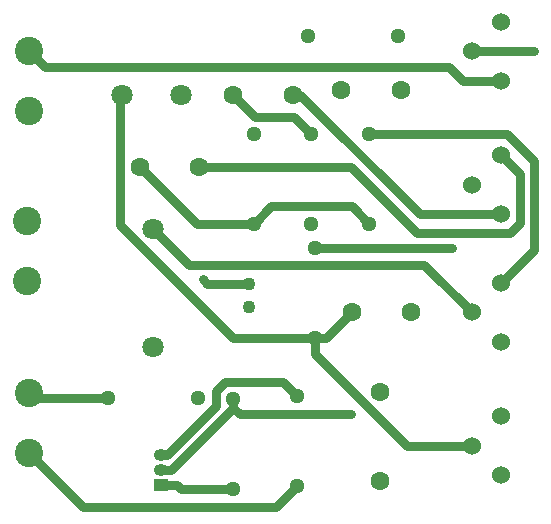
<source format=gtl>
G04 Layer: TopLayer*
G04 EasyEDA v6.5.22, 2022-11-10 10:58:02*
G04 b15eef10417c41dab364ff867fe718c8,4d8ab2db40884aeb91e54047068f32cb,10*
G04 Gerber Generator version 0.2*
G04 Scale: 100 percent, Rotated: No, Reflected: No *
G04 Dimensions in inches *
G04 leading zeros omitted , absolute positions ,3 integer and 6 decimal *
%FSLAX36Y36*%
%MOIN*%

%ADD10C,0.0300*%
%ADD11C,0.0945*%
%ADD12C,0.0709*%
%ADD13C,0.0630*%
%ADD14C,0.0433*%
%ADD15R,0.0472X0.0394*%
%ADD16O,0.047244X0.039369999999999995*%
%ADD17C,0.0512*%
%ADD18C,0.0600*%
%ADD19C,0.0240*%

%LPD*%
D10*
X1260001Y356970D02*
G01*
X1053031Y150000D01*
X1020000Y150000D01*
X1475001Y395000D02*
G01*
X1427650Y442350D01*
X1234050Y442350D01*
X1202501Y410799D01*
X1202501Y363220D01*
X1039281Y200000D01*
X1020001Y200000D01*
X2154210Y1446579D02*
G01*
X2025711Y1446579D01*
X1980221Y1492069D01*
X632930Y1492069D01*
X580001Y1545000D01*
X845001Y390000D02*
G01*
X595001Y390000D01*
X580001Y405000D01*
X2055790Y230010D02*
G01*
X1839620Y230010D01*
X1535001Y534630D01*
X1535001Y590000D01*
X1656601Y675000D02*
G01*
X1571601Y590000D01*
X1535001Y590000D01*
X1535001Y590000D02*
G01*
X1261531Y590000D01*
X885131Y966399D01*
X885131Y1393530D01*
X891601Y1400000D01*
X2055790Y675010D02*
G01*
X1897880Y832919D01*
X1113931Y832919D01*
X995001Y951849D01*
X2154210Y1001579D02*
G01*
X1882511Y1001579D01*
X1484090Y1400000D01*
X1460001Y1400000D01*
X2055790Y1545010D02*
G01*
X2262710Y1545010D01*
X1260001Y356970D02*
G01*
X1283181Y333789D01*
X1654501Y333789D01*
X1260001Y385000D02*
G01*
X1260001Y356970D01*
X2154210Y1198429D02*
G01*
X2217671Y1134969D01*
X2217671Y971860D01*
X2185051Y939239D01*
X1875321Y939239D01*
X1654561Y1160000D01*
X1148401Y1160000D01*
X1330001Y970000D02*
G01*
X1141601Y970000D01*
X951601Y1160000D01*
X1715001Y970000D02*
G01*
X1656881Y1028119D01*
X1388121Y1028119D01*
X1330001Y970000D01*
X1475001Y95000D02*
G01*
X1405311Y25309D01*
X759690Y25309D01*
X580001Y205000D01*
X2154210Y773429D02*
G01*
X2263550Y882770D01*
X2263550Y1179330D01*
X2172880Y1270000D01*
X1715001Y1270000D01*
X1260001Y85000D02*
G01*
X1088650Y85000D01*
X1073650Y100000D01*
X1020001Y100000D02*
G01*
X1073650Y100000D01*
X1520001Y1270000D02*
G01*
X1464331Y1325670D01*
X1334331Y1325670D01*
X1260001Y1400000D01*
X1315001Y769369D02*
G01*
X1175480Y769369D01*
X1158981Y785869D01*
X1535001Y890000D02*
G01*
X1989440Y890000D01*
D11*
G01*
X580000Y1545000D03*
G01*
X580000Y1345000D03*
G01*
X575000Y980000D03*
G01*
X575000Y780000D03*
G01*
X580000Y405000D03*
G01*
X580000Y205000D03*
D12*
G01*
X891599Y1400000D03*
G01*
X1088400Y1400000D03*
G01*
X995000Y558150D03*
G01*
X995000Y951849D03*
D13*
G01*
X1620000Y1415000D03*
G01*
X1820000Y1415000D03*
G01*
X1260000Y1400000D03*
G01*
X1460000Y1400000D03*
G01*
X1750000Y112364D03*
G01*
X1750000Y407635D03*
D14*
G01*
X1315000Y690630D03*
G01*
X1315000Y769369D03*
D15*
G01*
X1020000Y100000D03*
D16*
G01*
X1020000Y150000D03*
G01*
X1020000Y200000D03*
D13*
G01*
X951599Y1160000D03*
G01*
X1148400Y1160000D03*
G01*
X1656599Y675000D03*
G01*
X1853400Y675000D03*
D17*
G01*
X1475000Y395000D03*
G01*
X1475000Y95000D03*
G01*
X1260000Y85000D03*
G01*
X1260000Y385000D03*
G01*
X1145000Y390000D03*
G01*
X845000Y390000D03*
G01*
X1510000Y1595000D03*
G01*
X1810000Y1595000D03*
G01*
X1715000Y970000D03*
G01*
X1715000Y1270000D03*
G01*
X1520000Y970000D03*
G01*
X1520000Y1270000D03*
G01*
X1330000Y970000D03*
G01*
X1330000Y1270000D03*
G01*
X1535000Y590000D03*
G01*
X1535000Y890000D03*
D18*
G01*
X2055787Y230005D03*
G01*
X2154206Y328425D03*
G01*
X2154206Y131574D03*
G01*
X2055787Y675005D03*
G01*
X2154206Y773425D03*
G01*
X2154206Y576574D03*
G01*
X2055787Y1100005D03*
G01*
X2154206Y1198425D03*
G01*
X2154206Y1001574D03*
G01*
X2055787Y1545005D03*
G01*
X2154206Y1643425D03*
G01*
X2154206Y1446574D03*
D19*
G01*
X1989440Y890000D03*
G01*
X1158981Y785869D03*
G01*
X1654501Y333789D03*
G01*
X2262710Y1545010D03*
M02*

</source>
